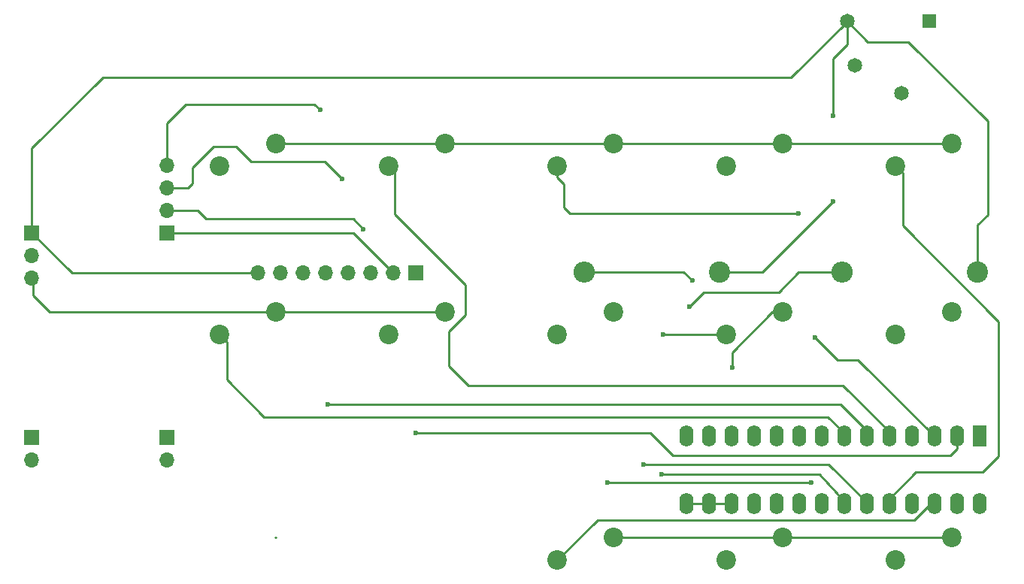
<source format=gbr>
G04 #@! TF.FileFunction,Copper,L1,Top,Signal*
%FSLAX46Y46*%
G04 Gerber Fmt 4.6, Leading zero omitted, Abs format (unit mm)*
G04 Created by KiCad (PCBNEW 4.0.7) date 03/10/21 14:25:48*
%MOMM*%
%LPD*%
G01*
G04 APERTURE LIST*
%ADD10C,0.100000*%
%ADD11C,2.200000*%
%ADD12R,1.600000X2.400000*%
%ADD13O,1.600000X2.400000*%
%ADD14C,2.400000*%
%ADD15O,2.400000X2.400000*%
%ADD16R,1.700000X1.700000*%
%ADD17O,1.700000X1.700000*%
%ADD18R,1.650000X1.650000*%
%ADD19C,1.650000*%
%ADD20C,0.600000*%
%ADD21C,0.250000*%
G04 APERTURE END LIST*
D10*
D11*
X165488250Y-57555500D03*
X159138250Y-60095500D03*
X165488250Y-76586750D03*
X159138250Y-79126750D03*
X127425750Y-101993000D03*
X121075750Y-104533000D03*
X146457000Y-57555500D03*
X140107000Y-60095500D03*
X146457000Y-101993000D03*
X140107000Y-104533000D03*
X165488250Y-101993000D03*
X159138250Y-104533000D03*
X89363250Y-57555500D03*
X83013250Y-60095500D03*
X89363250Y-76586750D03*
X83013250Y-79126750D03*
X108394500Y-57555500D03*
X102044500Y-60095500D03*
X108394500Y-76586750D03*
X102044500Y-79126750D03*
D12*
X168582000Y-90555500D03*
D13*
X135562000Y-98175500D03*
X166042000Y-90555500D03*
X138102000Y-98175500D03*
X163502000Y-90555500D03*
X140642000Y-98175500D03*
X160962000Y-90555500D03*
X143182000Y-98175500D03*
X158422000Y-90555500D03*
X145722000Y-98175500D03*
X155882000Y-90555500D03*
X148262000Y-98175500D03*
X153342000Y-90555500D03*
X150802000Y-98175500D03*
X150802000Y-90555500D03*
X153342000Y-98175500D03*
X148262000Y-90555500D03*
X155882000Y-98175500D03*
X145722000Y-90555500D03*
X158422000Y-98175500D03*
X143182000Y-90555500D03*
X160962000Y-98175500D03*
X140642000Y-90555500D03*
X163502000Y-98175500D03*
X138102000Y-90555500D03*
X166042000Y-98175500D03*
X135562000Y-90555500D03*
X168582000Y-98175500D03*
D14*
X139332000Y-72086750D03*
D15*
X124092000Y-72086750D03*
D14*
X168394500Y-72086750D03*
D15*
X153154500Y-72086750D03*
D16*
X61894500Y-67680500D03*
D17*
X61894500Y-70220500D03*
X61894500Y-72760500D03*
D16*
X77082000Y-90649250D03*
D17*
X77082000Y-93189250D03*
D16*
X61894500Y-90649250D03*
D17*
X61894500Y-93189250D03*
D18*
X162975750Y-43799250D03*
D19*
X154575750Y-48799250D03*
X159775750Y-51899250D03*
X153675750Y-43799250D03*
D11*
X127425750Y-76586750D03*
X121075750Y-79126750D03*
X127425750Y-57555500D03*
X121075750Y-60095500D03*
D16*
X105113250Y-72180500D03*
D17*
X102573250Y-72180500D03*
X100033250Y-72180500D03*
X97493250Y-72180500D03*
X94953250Y-72180500D03*
X92413250Y-72180500D03*
X89873250Y-72180500D03*
X87333250Y-72180500D03*
D16*
X77082000Y-67680500D03*
D17*
X77082000Y-65140500D03*
X77082000Y-62600500D03*
X77082000Y-60060500D03*
D11*
X146457000Y-76586750D03*
X140107000Y-79126750D03*
D20*
X152082000Y-64118000D03*
X152082000Y-54461750D03*
X132769500Y-94868000D03*
X130800750Y-93743000D03*
X132957000Y-79118000D03*
X150113250Y-79399250D03*
X148238250Y-65430500D03*
X126675750Y-95805500D03*
X149644500Y-95805500D03*
X95175750Y-86993000D03*
X105113250Y-90180500D03*
X136238250Y-73024250D03*
X135957000Y-75930500D03*
X140738250Y-82774250D03*
X99207000Y-67211750D03*
X96863250Y-61586750D03*
X94332000Y-53805500D03*
D21*
X89334440Y-101927560D02*
X89281000Y-101981000D01*
X87333250Y-72180500D02*
X66394500Y-72180500D01*
X66394500Y-72180500D02*
X61894500Y-67680500D01*
X153675750Y-43799250D02*
X153675750Y-43868000D01*
X153675750Y-43868000D02*
X147394500Y-50149250D01*
X61894500Y-58118000D02*
X61894500Y-67680500D01*
X69863250Y-50149250D02*
X61894500Y-58118000D01*
X147394500Y-50149250D02*
X69863250Y-50149250D01*
X139332000Y-72086750D02*
X144113250Y-72086750D01*
X144113250Y-72086750D02*
X152082000Y-64118000D01*
X152082000Y-54461750D02*
X152082000Y-47993000D01*
X152082000Y-47993000D02*
X153675750Y-46399250D01*
X153675750Y-46399250D02*
X153675750Y-43799250D01*
X168394500Y-72086750D02*
X168394500Y-66743000D01*
X155994500Y-46118000D02*
X153675750Y-43799250D01*
X160613250Y-46118000D02*
X155994500Y-46118000D01*
X169519500Y-55024250D02*
X160613250Y-46118000D01*
X169519500Y-65618000D02*
X169519500Y-55024250D01*
X168394500Y-66743000D02*
X169519500Y-65618000D01*
X158422000Y-98175500D02*
X158422000Y-97621750D01*
X158422000Y-97621750D02*
X161457000Y-94586750D01*
X161457000Y-94586750D02*
X168957000Y-94586750D01*
X168957000Y-94586750D02*
X170738250Y-92805500D01*
X170738250Y-92805500D02*
X170738250Y-77618000D01*
X170738250Y-77618000D02*
X159957000Y-66836750D01*
X159957000Y-66836750D02*
X159957000Y-60914250D01*
X159957000Y-60914250D02*
X159138250Y-60095500D01*
X153342000Y-98175500D02*
X153342000Y-97909250D01*
X153342000Y-97909250D02*
X150582000Y-94868000D01*
X150582000Y-94868000D02*
X132769500Y-94868000D01*
X155882000Y-98175500D02*
X155882000Y-98011750D01*
X155882000Y-98011750D02*
X151613250Y-93743000D01*
X151613250Y-93743000D02*
X130800750Y-93743000D01*
X132957000Y-79118000D02*
X132965750Y-79126750D01*
X132965750Y-79126750D02*
X140107000Y-79126750D01*
X121075750Y-60095500D02*
X121075750Y-61424250D01*
X154877000Y-81930500D02*
X163502000Y-90555500D01*
X152644500Y-81930500D02*
X154877000Y-81930500D01*
X150113250Y-79399250D02*
X152644500Y-81930500D01*
X122457000Y-65430500D02*
X148238250Y-65430500D01*
X121800750Y-64774250D02*
X122457000Y-65430500D01*
X121800750Y-62149250D02*
X121800750Y-64774250D01*
X121075750Y-61424250D02*
X121800750Y-62149250D01*
X126675750Y-95805500D02*
X149644500Y-95805500D01*
X155882000Y-89949250D02*
X152925750Y-86993000D01*
X152925750Y-86993000D02*
X95175750Y-86993000D01*
X155882000Y-90555500D02*
X155882000Y-89949250D01*
X153342000Y-90555500D02*
X153342000Y-90221750D01*
X153342000Y-90221750D02*
X151519500Y-88399250D01*
X151519500Y-88399250D02*
X88050750Y-88399250D01*
X88050750Y-88399250D02*
X83832000Y-84180500D01*
X83832000Y-84180500D02*
X83832000Y-79945500D01*
X83832000Y-79945500D02*
X83013250Y-79126750D01*
X158422000Y-90555500D02*
X158422000Y-90051750D01*
X158422000Y-90051750D02*
X153207000Y-84836750D01*
X153207000Y-84836750D02*
X111019500Y-84836750D01*
X111019500Y-84836750D02*
X108863250Y-82680500D01*
X108863250Y-82680500D02*
X108863250Y-78743000D01*
X108863250Y-78743000D02*
X110738250Y-76868000D01*
X110738250Y-76868000D02*
X110738250Y-73493000D01*
X110738250Y-73493000D02*
X102769500Y-65524250D01*
X102769500Y-65524250D02*
X102769500Y-60820500D01*
X102769500Y-60820500D02*
X102044500Y-60095500D01*
X134082000Y-92711750D02*
X131550750Y-90180500D01*
X131550750Y-90180500D02*
X105113250Y-90180500D01*
X165300750Y-92711750D02*
X166042000Y-91970500D01*
X166042000Y-91970500D02*
X166042000Y-90555500D01*
X165300750Y-92711750D02*
X134082000Y-92711750D01*
X124092000Y-72086750D02*
X135300750Y-72086750D01*
X135300750Y-72086750D02*
X136238250Y-73024250D01*
X135957000Y-75930500D02*
X137550750Y-74336750D01*
X137550750Y-74336750D02*
X145988250Y-74336750D01*
X145988250Y-74336750D02*
X148238250Y-72086750D01*
X148238250Y-72086750D02*
X153154500Y-72086750D01*
X163502000Y-98175500D02*
X163118250Y-98175500D01*
X163118250Y-98175500D02*
X161269500Y-100024250D01*
X161269500Y-100024250D02*
X125584500Y-100024250D01*
X125584500Y-100024250D02*
X121075750Y-104533000D01*
X146457000Y-76586750D02*
X145238250Y-76586750D01*
X140738250Y-81086750D02*
X140738250Y-82774250D01*
X145238250Y-76586750D02*
X140738250Y-81086750D01*
X138102000Y-98175500D02*
X140642000Y-98175500D01*
X135562000Y-98175500D02*
X138102000Y-98175500D01*
X89363250Y-76586750D02*
X63863250Y-76586750D01*
X61988250Y-74711750D02*
X61988250Y-72854250D01*
X63863250Y-76586750D02*
X61988250Y-74711750D01*
X61988250Y-72854250D02*
X61894500Y-72760500D01*
X146457000Y-101993000D02*
X165488250Y-101993000D01*
X127425750Y-101993000D02*
X146457000Y-101993000D01*
X89363250Y-76586750D02*
X108394500Y-76586750D01*
X146457000Y-57555500D02*
X165488250Y-57555500D01*
X127425750Y-57555500D02*
X146457000Y-57555500D01*
X108394500Y-57555500D02*
X127425750Y-57555500D01*
X89363250Y-57555500D02*
X108394500Y-57555500D01*
X77082000Y-67680500D02*
X98073250Y-67680500D01*
X98073250Y-67680500D02*
X102573250Y-72180500D01*
X80542000Y-65140500D02*
X77082000Y-65140500D01*
X81488250Y-66086750D02*
X80542000Y-65140500D01*
X98082000Y-66086750D02*
X81488250Y-66086750D01*
X99207000Y-67211750D02*
X98082000Y-66086750D01*
X79443250Y-62600500D02*
X77082000Y-62600500D01*
X79988250Y-62055500D02*
X79443250Y-62600500D01*
X79988250Y-60274250D02*
X79988250Y-62055500D01*
X82332000Y-57930500D02*
X79988250Y-60274250D01*
X84863250Y-57930500D02*
X82332000Y-57930500D01*
X86550750Y-59618000D02*
X84863250Y-57930500D01*
X94894500Y-59618000D02*
X86550750Y-59618000D01*
X96863250Y-61586750D02*
X94894500Y-59618000D01*
X77082000Y-55305500D02*
X77082000Y-60060500D01*
X79238250Y-53149250D02*
X77082000Y-55305500D01*
X93675750Y-53149250D02*
X79238250Y-53149250D01*
X94332000Y-53805500D02*
X93675750Y-53149250D01*
M02*

</source>
